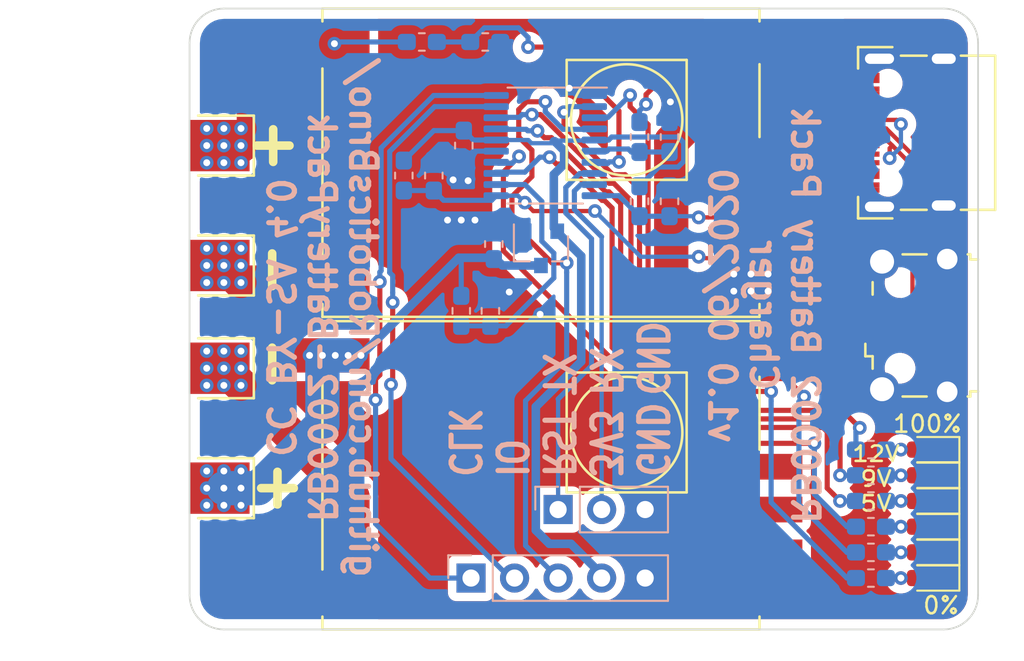
<source format=kicad_pcb>
(kicad_pcb (version 20171130) (host pcbnew 5.1.4+dfsg1-1)
  (layers (0 F.Cu signal) (31 B.Cu signal) (34 B.Paste user) (35 F.Paste user) (36 B.SilkS user) (37 F.SilkS user) (38 B.Mask user) (39 F.Mask user) (44 Edge.Cuts user))
  (net 0 "")
  (net 1 Board_1-+3V3)
  (net 2 Board_1-/VBUS_SENSE)
  (net 3 Board_1-BAT1+)
  (net 4 Board_1-BAT1_V)
  (net 5 Board_1-BAT2+)
  (net 6 Board_1-BAT2_V)
  (net 7 Board_1-D+)
  (net 8 Board_1-D-)
  (net 9 Board_1-GND)
  (net 10 "Board_1-Net-(D1-Pad2)")
  (net 11 "Board_1-Net-(D2-Pad2)")
  (net 12 "Board_1-Net-(D3-Pad2)")
  (net 13 "Board_1-Net-(D4-Pad2)")
  (net 14 "Board_1-Net-(D5-Pad2)")
  (net 15 "Board_1-Net-(D6-Pad2)")
  (net 16 "Board_1-Net-(J14-Pad1)")
  (net 17 "Board_1-Net-(J16-Pad1)")
  (net 18 "Board_1-Net-(R14-Pad1)")
  (net 19 "Board_1-Net-(R15-Pad1)")
  (net 20 "Board_1-Net-(R16-Pad1)")
  (net 21 "Board_1-Net-(R5-Pad1)")
  (net 22 "Board_1-Net-(R6-Pad1)")
  (net 23 "Board_1-Net-(R7-Pad1)")
  (net 24 Board_1-RST)
  (net 25 Board_1-RX)
  (net 26 Board_1-SWCLK)
  (net 27 Board_1-SWDIO)
  (net 28 Board_1-TX)
  (net 29 Board_1-VBUS)
  (module Capacitor_SMD:C_0603_1608Metric_Pad1.05x0.95mm_HandSolder (layer B.Cu) (at 144 90 90)
    (fp_text reference C1 hide)
    (fp_text value 470n)
    (pad 1 smd roundrect (at -0.875 0 90) (size 1.05 0.95) (layers B.Cu B.Paste B.Mask) (net 9 Board_1-GND))
    (pad 2 smd roundrect (at 0.875 0 90) (size 1.05 0.95) (layers B.Cu B.Paste B.Mask) (net 1 Board_1-+3V3))
  )
  (module Capacitor_SMD:C_0603_1608Metric_Pad1.05x0.95mm_HandSolder (layer B.Cu) (at 145.75 95.75 270)
    (fp_text reference C2 hide)
    (fp_text value 470n)
    (pad 1 smd roundrect (at -0.875 0 270) (size 1.05 0.95) (layers B.Cu B.Paste B.Mask) (net 9 Board_1-GND))
    (pad 2 smd roundrect (at 0.875 0 270) (size 1.05 0.95) (layers B.Cu B.Paste B.Mask) (net 5 Board_1-BAT2+))
  )
  (module LED_SMD:LED_0603_1608Metric_Pad1.05x0.95mm_HandSolder (layer F.Cu) (at 171.25 110.75 180)
    (fp_text reference D1 hide)
    (fp_text value LED_5V)
    (pad 2 smd roundrect (at 0.875 0 180) (size 1.05 0.95) (layers F.Cu F.Paste F.Mask) (net 10 "Board_1-Net-(D1-Pad2)"))
    (pad 1 smd roundrect (at -0.875 0 180) (size 1.05 0.95) (layers F.Cu F.Paste F.Mask) (net 9 Board_1-GND))
  )
  (module LED_SMD:LED_0603_1608Metric_Pad1.05x0.95mm_HandSolder (layer F.Cu) (at 171.25 109.25 180)
    (fp_text reference D2 hide)
    (fp_text value LED_9V)
    (pad 2 smd roundrect (at 0.875 0 180) (size 1.05 0.95) (layers F.Cu F.Paste F.Mask) (net 11 "Board_1-Net-(D2-Pad2)"))
    (pad 1 smd roundrect (at -0.875 0 180) (size 1.05 0.95) (layers F.Cu F.Paste F.Mask) (net 9 Board_1-GND))
  )
  (module LED_SMD:LED_0603_1608Metric_Pad1.05x0.95mm_HandSolder (layer F.Cu) (at 171.25 107.75 180)
    (fp_text reference D3 hide)
    (fp_text value LED_12V)
    (pad 2 smd roundrect (at 0.875 0 180) (size 1.05 0.95) (layers F.Cu F.Paste F.Mask) (net 12 "Board_1-Net-(D3-Pad2)"))
    (pad 1 smd roundrect (at -0.875 0 180) (size 1.05 0.95) (layers F.Cu F.Paste F.Mask) (net 9 Board_1-GND))
  )
  (module Connector_USB:USB_Micro-B_Wuerth_629105150521_CircularHoles (layer F.Cu) (at 170.25 100.5 90)
    (fp_text reference J1 hide)
    (fp_text value "Mirco USB")
    (pad 1 smd rect (at -1.3 -1.9 90) (size 0.45 1.3) (layers F.Cu F.Paste F.Mask) (net 29 Board_1-VBUS))
    (pad 2 smd rect (at -0.65 -1.9 90) (size 0.45 1.3) (layers F.Cu F.Paste F.Mask) (net 8 Board_1-D-))
    (pad 3 smd rect (at 0 -1.9 90) (size 0.45 1.3) (layers F.Cu F.Paste F.Mask) (net 7 Board_1-D+))
    (pad 4 smd rect (at 0.65 -1.9 90) (size 0.45 1.3) (layers F.Cu F.Paste F.Mask))
    (pad 5 smd rect (at 1.3 -1.9 90) (size 0.45 1.3) (layers F.Cu F.Paste F.Mask) (net 9 Board_1-GND))
    (pad 6 thru_hole circle (at -3.725 -1.85 90) (size 2 2) (drill 1.4) (layers *.Cu *.Mask) (net 9 Board_1-GND))
    (pad 6 thru_hole circle (at 3.725 -1.85 90) (size 2 2) (drill 1.4) (layers *.Cu *.Mask) (net 9 Board_1-GND))
    (pad 6 thru_hole circle (at -3.875 1.95 90) (size 1.8 1.8) (drill 1.2) (layers *.Cu *.Mask) (net 9 Board_1-GND))
    (pad 6 thru_hole circle (at 3.875 1.95 90) (size 1.8 1.8) (drill 1.2) (layers *.Cu *.Mask) (net 9 Board_1-GND))
    (pad "" np_thru_hole circle (at -2.5 -0.8 90) (size 0.8 0.8) (drill 0.8) (layers *.Cu *.Mask))
    (pad "" np_thru_hole circle (at 2.5 -0.8 90) (size 0.8 0.8) (drill 0.8) (layers *.Cu *.Mask))
  )
  (module Connector_PinHeader_2.54mm:PinHeader_1x05_P2.54mm_Vertical (layer B.Cu) (at 144.42 115.25 270)
    (fp_text reference J7 hide)
    (fp_text value SWD)
    (pad 1 thru_hole rect (at 0 0 270) (size 1.7 1.7) (drill 1) (layers *.Cu *.Mask) (net 26 Board_1-SWCLK))
    (pad 2 thru_hole oval (at 0 -2.54 270) (size 1.7 1.7) (drill 1) (layers *.Cu *.Mask) (net 27 Board_1-SWDIO))
    (pad 3 thru_hole oval (at 0 -5.08 270) (size 1.7 1.7) (drill 1) (layers *.Cu *.Mask) (net 24 Board_1-RST))
    (pad 4 thru_hole oval (at 0 -7.62 270) (size 1.7 1.7) (drill 1) (layers *.Cu *.Mask) (net 1 Board_1-+3V3))
    (pad 5 thru_hole oval (at 0 -10.16 270) (size 1.7 1.7) (drill 1) (layers *.Cu *.Mask) (net 9 Board_1-GND))
  )
  (module Connector_PinHeader_2.54mm:PinHeader_1x03_P2.54mm_Vertical (layer B.Cu) (at 149.5 111.25 270)
    (fp_text reference J8 hide)
    (fp_text value UART)
    (pad 1 thru_hole rect (at 0 0 270) (size 1.7 1.7) (drill 1) (layers *.Cu *.Mask) (net 28 Board_1-TX))
    (pad 2 thru_hole oval (at 0 -2.54 270) (size 1.7 1.7) (drill 1) (layers *.Cu *.Mask) (net 25 Board_1-RX))
    (pad 3 thru_hole oval (at 0 -5.08 270) (size 1.7 1.7) (drill 1) (layers *.Cu *.Mask) (net 9 Board_1-GND))
  )
  (module batteryPack:2mm_Banana-Plug (layer F.Cu) (at 128 90 90)
    (fp_text reference J13 hide)
    (fp_text value B1+)
    (pad 1 smd rect (at 0 1.75 90) (size 3 3.5) (layers F.Cu F.Paste F.Mask) (net 3 Board_1-BAT1+))
  )
  (module batteryPack:2mm_Banana-Plug (layer F.Cu) (at 128 97 90)
    (fp_text reference J14 hide)
    (fp_text value B1-)
    (pad 1 smd rect (at 0 1.75 90) (size 3 3.5) (layers F.Cu F.Paste F.Mask) (net 16 "Board_1-Net-(J14-Pad1)"))
  )
  (module batteryPack:2mm_Banana-Plug (layer F.Cu) (at 128 110 90)
    (fp_text reference J15 hide)
    (fp_text value B2+)
    (pad 1 smd rect (at 0 1.75 90) (size 3 3.5) (layers F.Cu F.Paste F.Mask) (net 5 Board_1-BAT2+))
  )
  (module batteryPack:2mm_Banana-Plug (layer F.Cu) (at 128 103 90)
    (fp_text reference J16 hide)
    (fp_text value B2-)
    (pad 1 smd rect (at 0 1.75 90) (size 3 3.5) (layers F.Cu F.Paste F.Mask) (net 17 "Board_1-Net-(J16-Pad1)"))
  )
  (module batteryPack:USB_C_Female-16Pin-HPJF (layer F.Cu) (at 167.25 89.25 90)
    (fp_text reference P1 hide)
    (fp_text value USB-C)
    (pad A6 smd rect (at -0.25 0 90) (size 0.3 2) (layers F.Cu F.Paste F.Mask) (net 7 Board_1-D+))
    (pad A7 smd rect (at 0.25 0 90) (size 0.3 2) (layers F.Cu F.Paste F.Mask) (net 8 Board_1-D-))
    (pad B7 smd rect (at -0.75 0 90) (size 0.3 2) (layers F.Cu F.Paste F.Mask) (net 8 Board_1-D-))
    (pad B6 smd rect (at 0.75 0 90) (size 0.3 2) (layers F.Cu F.Paste F.Mask) (net 7 Board_1-D+))
    (pad A5 smd rect (at -1.25 0 90) (size 0.3 2) (layers F.Cu F.Paste F.Mask))
    (pad A8 smd rect (at 1.25 0 90) (size 0.3 2) (layers F.Cu F.Paste F.Mask))
    (pad B8 smd rect (at -1.75 0 90) (size 0.3 2) (layers F.Cu F.Paste F.Mask))
    (pad B5 smd rect (at 1.75 0 90) (size 0.3 2) (layers F.Cu F.Paste F.Mask))
    (pad S1 thru_hole oval (at -4.32 1 90) (size 1 2.1) (drill oval 0.6 1.7) (layers *.Cu *.Mask) (net 9 Board_1-GND))
    (pad S1 thru_hole oval (at 4.32 1 90) (size 1 2.1) (drill oval 0.6 1.7) (layers *.Cu *.Mask) (net 9 Board_1-GND))
    (pad S1 thru_hole oval (at -4.25 4.75 90) (size 1 1.8) (drill oval 0.6 1.4) (layers *.Cu *.Mask) (net 9 Board_1-GND))
    (pad S1 thru_hole oval (at 4.32 4.75 90) (size 1 1.8) (drill oval 0.6 1.4) (layers *.Cu *.Mask) (net 9 Board_1-GND))
    (pad "" np_thru_hole circle (at -2.89 1.5 180) (size 0.7 0.7) (drill 0.7) (layers *.Cu *.Mask))
    (pad "" np_thru_hole circle (at 2.89 1.5 180) (size 0.7 0.7) (drill 0.7) (layers *.Cu *.Mask))
    (pad A1 smd rect (at -3.35 0 90) (size 0.3 2) (layers F.Cu F.Paste F.Mask) (net 9 Board_1-GND))
    (pad B12 smd rect (at -3.05 0 90) (size 0.3 2) (layers F.Cu F.Paste F.Mask) (net 9 Board_1-GND))
    (pad A4 smd rect (at -2.55 0 90) (size 0.3 2) (layers F.Cu F.Paste F.Mask) (net 29 Board_1-VBUS))
    (pad B9 smd rect (at -2.25 0 90) (size 0.3 2) (layers F.Cu F.Paste F.Mask) (net 29 Board_1-VBUS))
    (pad B4 smd rect (at 2.25 0 90) (size 0.3 2) (layers F.Cu F.Paste F.Mask) (net 29 Board_1-VBUS))
    (pad A9 smd rect (at 2.55 0 90) (size 0.3 2) (layers F.Cu F.Paste F.Mask) (net 29 Board_1-VBUS))
    (pad B1 smd rect (at 3.05 0 90) (size 0.3 2) (layers F.Cu F.Paste F.Mask) (net 9 Board_1-GND))
    (pad A12 smd rect (at 3.35 0 90) (size 0.3 2) (layers F.Cu F.Paste F.Mask) (net 9 Board_1-GND))
  )
  (module Resistor_SMD:R_0603_1608Metric_Pad1.05x0.95mm_HandSolder (layer B.Cu) (at 140.5 91.75 270)
    (fp_text reference R1 hide)
    (fp_text value 10k)
    (pad 1 smd roundrect (at -0.875 0 270) (size 1.05 0.95) (layers B.Cu B.Paste B.Mask) (net 1 Board_1-+3V3))
    (pad 2 smd roundrect (at 0.875 0 270) (size 1.05 0.95) (layers B.Cu B.Paste B.Mask) (net 8 Board_1-D-))
  )
  (module Resistor_SMD:R_0603_1608Metric_Pad1.05x0.95mm_HandSolder (layer B.Cu) (at 142.25 91.75 90)
    (fp_text reference R2 hide)
    (fp_text value 2k4)
    (pad 1 smd roundrect (at -0.875 0 90) (size 1.05 0.95) (layers B.Cu B.Paste B.Mask) (net 8 Board_1-D-))
    (pad 2 smd roundrect (at 0.875 0 90) (size 1.05 0.95) (layers B.Cu B.Paste B.Mask) (net 9 Board_1-GND))
  )
  (module Resistor_SMD:R_0603_1608Metric_Pad1.05x0.95mm_HandSolder (layer B.Cu) (at 154.25 93.25 270)
    (fp_text reference R3 hide)
    (fp_text value 10k)
    (pad 1 smd roundrect (at -0.875 0 270) (size 1.05 0.95) (layers B.Cu B.Paste B.Mask) (net 1 Board_1-+3V3))
    (pad 2 smd roundrect (at 0.875 0 270) (size 1.05 0.95) (layers B.Cu B.Paste B.Mask) (net 7 Board_1-D+))
  )
  (module Resistor_SMD:R_0603_1608Metric_Pad1.05x0.95mm_HandSolder (layer B.Cu) (at 156 93.25 90)
    (fp_text reference R4 hide)
    (fp_text value 2k4)
    (pad 1 smd roundrect (at -0.875 0 90) (size 1.05 0.95) (layers B.Cu B.Paste B.Mask) (net 7 Board_1-D+))
    (pad 2 smd roundrect (at 0.875 0 90) (size 1.05 0.95) (layers B.Cu B.Paste B.Mask) (net 9 Board_1-GND))
  )
  (module Resistor_SMD:R_0603_1608Metric_Pad1.05x0.95mm_HandSolder (layer B.Cu) (at 167.75 110.75)
    (fp_text reference R5 hide)
    (fp_text value 1k)
    (pad 1 smd roundrect (at -0.875 0) (size 1.05 0.95) (layers B.Cu B.Paste B.Mask) (net 21 "Board_1-Net-(R5-Pad1)"))
    (pad 2 smd roundrect (at 0.875 0) (size 1.05 0.95) (layers B.Cu B.Paste B.Mask) (net 10 "Board_1-Net-(D1-Pad2)"))
  )
  (module Resistor_SMD:R_0603_1608Metric_Pad1.05x0.95mm_HandSolder (layer B.Cu) (at 167.75 109.25)
    (fp_text reference R6 hide)
    (fp_text value 1k)
    (pad 1 smd roundrect (at -0.875 0) (size 1.05 0.95) (layers B.Cu B.Paste B.Mask) (net 22 "Board_1-Net-(R6-Pad1)"))
    (pad 2 smd roundrect (at 0.875 0) (size 1.05 0.95) (layers B.Cu B.Paste B.Mask) (net 11 "Board_1-Net-(D2-Pad2)"))
  )
  (module Resistor_SMD:R_0603_1608Metric_Pad1.05x0.95mm_HandSolder (layer B.Cu) (at 167.75 107.75)
    (fp_text reference R7 hide)
    (fp_text value 1k)
    (pad 1 smd roundrect (at -0.875 0) (size 1.05 0.95) (layers B.Cu B.Paste B.Mask) (net 23 "Board_1-Net-(R7-Pad1)"))
    (pad 2 smd roundrect (at 0.875 0) (size 1.05 0.95) (layers B.Cu B.Paste B.Mask) (net 12 "Board_1-Net-(D3-Pad2)"))
  )
  (module Resistor_SMD:R_0603_1608Metric_Pad1.05x0.95mm_HandSolder (layer B.Cu) (at 154.25 89.5 270)
    (fp_text reference R8 hide)
    (fp_text value 62k)
    (pad 1 smd roundrect (at -0.875 0 270) (size 1.05 0.95) (layers B.Cu B.Paste B.Mask) (net 29 Board_1-VBUS))
    (pad 2 smd roundrect (at 0.875 0 270) (size 1.05 0.95) (layers B.Cu B.Paste B.Mask) (net 2 Board_1-/VBUS_SENSE))
  )
  (module Resistor_SMD:R_0603_1608Metric_Pad1.05x0.95mm_HandSolder (layer B.Cu) (at 156 89.5 90)
    (fp_text reference R9 hide)
    (fp_text value 10k)
    (pad 1 smd roundrect (at -0.875 0 90) (size 1.05 0.95) (layers B.Cu B.Paste B.Mask) (net 2 Board_1-/VBUS_SENSE))
    (pad 2 smd roundrect (at 0.875 0 90) (size 1.05 0.95) (layers B.Cu B.Paste B.Mask) (net 9 Board_1-GND))
  )
  (module Package_SO:TSSOP-20_4.4x6.5mm_P0.65mm (layer B.Cu) (at 148.75 90 180)
    (fp_text reference U2 hide)
    (fp_text value STM32F030F4Px)
    (pad 1 smd roundrect (at -2.8625 2.925 180) (size 1.475 0.4) (layers B.Cu B.Paste B.Mask) (net 9 Board_1-GND))
    (pad 2 smd roundrect (at -2.8625 2.275 180) (size 1.475 0.4) (layers B.Cu B.Paste B.Mask) (net 20 "Board_1-Net-(R16-Pad1)"))
    (pad 3 smd roundrect (at -2.8625 1.625 180) (size 1.475 0.4) (layers B.Cu B.Paste B.Mask) (net 19 "Board_1-Net-(R15-Pad1)"))
    (pad 4 smd roundrect (at -2.8625 0.975 180) (size 1.475 0.4) (layers B.Cu B.Paste B.Mask) (net 24 Board_1-RST))
    (pad 5 smd roundrect (at -2.8625 0.325 180) (size 1.475 0.4) (layers B.Cu B.Paste B.Mask) (net 1 Board_1-+3V3))
    (pad 6 smd roundrect (at -2.8625 -0.325 180) (size 1.475 0.4) (layers B.Cu B.Paste B.Mask) (net 2 Board_1-/VBUS_SENSE))
    (pad 7 smd roundrect (at -2.8625 -0.975 180) (size 1.475 0.4) (layers B.Cu B.Paste B.Mask) (net 4 Board_1-BAT1_V))
    (pad 8 smd roundrect (at -2.8625 -1.625 180) (size 1.475 0.4) (layers B.Cu B.Paste B.Mask) (net 28 Board_1-TX))
    (pad 9 smd roundrect (at -2.8625 -2.275 180) (size 1.475 0.4) (layers B.Cu B.Paste B.Mask) (net 25 Board_1-RX))
    (pad 10 smd roundrect (at -2.8625 -2.925 180) (size 1.475 0.4) (layers B.Cu B.Paste B.Mask) (net 7 Board_1-D+))
    (pad 11 smd roundrect (at 2.8625 -2.925 180) (size 1.475 0.4) (layers B.Cu B.Paste B.Mask) (net 8 Board_1-D-))
    (pad 12 smd roundrect (at 2.8625 -2.275 180) (size 1.475 0.4) (layers B.Cu B.Paste B.Mask) (net 6 Board_1-BAT2_V))
    (pad 13 smd roundrect (at 2.8625 -1.625 180) (size 1.475 0.4) (layers B.Cu B.Paste B.Mask) (net 21 "Board_1-Net-(R5-Pad1)"))
    (pad 14 smd roundrect (at 2.8625 -0.975 180) (size 1.475 0.4) (layers B.Cu B.Paste B.Mask) (net 18 "Board_1-Net-(R14-Pad1)"))
    (pad 15 smd roundrect (at 2.8625 -0.325 180) (size 1.475 0.4) (layers B.Cu B.Paste B.Mask) (net 9 Board_1-GND))
    (pad 16 smd roundrect (at 2.8625 0.325 180) (size 1.475 0.4) (layers B.Cu B.Paste B.Mask) (net 1 Board_1-+3V3))
    (pad 17 smd roundrect (at 2.8625 0.975 180) (size 1.475 0.4) (layers B.Cu B.Paste B.Mask) (net 22 "Board_1-Net-(R6-Pad1)"))
    (pad 18 smd roundrect (at 2.8625 1.625 180) (size 1.475 0.4) (layers B.Cu B.Paste B.Mask) (net 23 "Board_1-Net-(R7-Pad1)"))
    (pad 19 smd roundrect (at 2.8625 2.275 180) (size 1.475 0.4) (layers B.Cu B.Paste B.Mask) (net 27 Board_1-SWDIO))
    (pad 20 smd roundrect (at 2.8625 2.925 180) (size 1.475 0.4) (layers B.Cu B.Paste B.Mask) (net 26 Board_1-SWCLK))
  )
  (module batteryPack:TP5100-Module (layer F.Cu) (at 148.5 91 180)
    (fp_text reference U1 hide)
    (fp_text value TP5100-Module)
    (pad 1 smd rect (at -11 -7 180) (size 5 2) (drill (offset -1.5 0)) (layers F.Cu F.Paste F.Mask) (net 9 Board_1-GND))
    (pad 2 smd rect (at -11 7 180) (size 5 2) (drill (offset -1.5 0)) (layers F.Cu F.Paste F.Mask) (net 29 Board_1-VBUS))
    (pad 3 smd rect (at 11 7) (size 5 2) (drill (offset -1.5 0)) (layers F.Cu F.Paste F.Mask) (net 3 Board_1-BAT1+))
    (pad 4 smd rect (at 11 -7) (size 5 2) (drill (offset -1.5 0)) (layers F.Cu F.Paste F.Mask) (net 16 "Board_1-Net-(J14-Pad1)"))
    (pad 5 smd rect (at -10.5 -2 180) (size 5.5 1.5) (drill (offset -2 0)) (layers F.Cu F.Paste F.Mask))
    (pad 6 smd rect (at -10.5 -4.5 180) (size 5.5 1.5) (drill (offset -2 0)) (layers F.Cu F.Paste F.Mask))
    (pad 7 smd rect (at -10.5 0.5 180) (size 5.5 1.5) (drill (offset -2 0)) (layers F.Cu F.Paste F.Mask))
  )
  (module batteryPack:TP5100-Module (layer F.Cu) (at 148.5 109.25 180)
    (fp_text reference U4 hide)
    (fp_text value TP5100-Module)
    (pad 1 smd rect (at -11 -7 180) (size 5 2) (drill (offset -1.5 0)) (layers F.Cu F.Paste F.Mask) (net 9 Board_1-GND))
    (pad 2 smd rect (at -11 7 180) (size 5 2) (drill (offset -1.5 0)) (layers F.Cu F.Paste F.Mask) (net 29 Board_1-VBUS))
    (pad 3 smd rect (at 11 7) (size 5 2) (drill (offset -1.5 0)) (layers F.Cu F.Paste F.Mask) (net 5 Board_1-BAT2+))
    (pad 4 smd rect (at 11 -7) (size 5 2) (drill (offset -1.5 0)) (layers F.Cu F.Paste F.Mask) (net 17 "Board_1-Net-(J16-Pad1)"))
    (pad 5 smd rect (at -10.5 -2 180) (size 5.5 1.5) (drill (offset -2 0)) (layers F.Cu F.Paste F.Mask))
    (pad 6 smd rect (at -10.5 -4.5 180) (size 5.5 1.5) (drill (offset -2 0)) (layers F.Cu F.Paste F.Mask))
    (pad 7 smd rect (at -10.5 0.5 180) (size 5.5 1.5) (drill (offset -2 0)) (layers F.Cu F.Paste F.Mask))
  )
  (module LED_SMD:LED_0603_1608Metric_Pad1.05x0.95mm_HandSolder (layer F.Cu) (at 171.25 112.25 180)
    (fp_text reference D4 hide)
    (fp_text value LED_40%)
    (pad 1 smd roundrect (at -0.875 0 180) (size 1.05 0.95) (layers F.Cu F.Paste F.Mask) (net 9 Board_1-GND))
    (pad 2 smd roundrect (at 0.875 0 180) (size 1.05 0.95) (layers F.Cu F.Paste F.Mask) (net 13 "Board_1-Net-(D4-Pad2)"))
  )
  (module LED_SMD:LED_0603_1608Metric_Pad1.05x0.95mm_HandSolder (layer F.Cu) (at 171.25 113.75 180)
    (fp_text reference D5 hide)
    (fp_text value LED_20%)
    (pad 1 smd roundrect (at -0.875 0 180) (size 1.05 0.95) (layers F.Cu F.Paste F.Mask) (net 9 Board_1-GND))
    (pad 2 smd roundrect (at 0.875 0 180) (size 1.05 0.95) (layers F.Cu F.Paste F.Mask) (net 14 "Board_1-Net-(D5-Pad2)"))
  )
  (module LED_SMD:LED_0603_1608Metric_Pad1.05x0.95mm_HandSolder (layer F.Cu) (at 171.25 115.25 180)
    (fp_text reference D6 hide)
    (fp_text value LED_0%)
    (pad 1 smd roundrect (at -0.875 0 180) (size 1.05 0.95) (layers F.Cu F.Paste F.Mask) (net 9 Board_1-GND))
    (pad 2 smd roundrect (at 0.875 0 180) (size 1.05 0.95) (layers F.Cu F.Paste F.Mask) (net 15 "Board_1-Net-(D6-Pad2)"))
  )
  (module Resistor_SMD:R_0603_1608Metric_Pad1.05x0.95mm_HandSolder (layer B.Cu) (at 143.85 99.65 270)
    (fp_text reference R10 hide)
    (fp_text value 10k)
    (pad 1 smd roundrect (at -0.875 0 270) (size 1.05 0.95) (layers B.Cu B.Paste B.Mask) (net 5 Board_1-BAT2+))
    (pad 2 smd roundrect (at 0.875 0 270) (size 1.05 0.95) (layers B.Cu B.Paste B.Mask) (net 6 Board_1-BAT2_V))
  )
  (module Resistor_SMD:R_0603_1608Metric_Pad1.05x0.95mm_HandSolder (layer B.Cu) (at 145.55 99.65 90)
    (fp_text reference R11 hide)
    (fp_text value 20k)
    (pad 1 smd roundrect (at -0.875 0 90) (size 1.05 0.95) (layers B.Cu B.Paste B.Mask) (net 6 Board_1-BAT2_V))
    (pad 2 smd roundrect (at 0.875 0 90) (size 1.05 0.95) (layers B.Cu B.Paste B.Mask) (net 9 Board_1-GND))
  )
  (module Resistor_SMD:R_0603_1608Metric_Pad1.05x0.95mm_HandSolder (layer B.Cu) (at 141.55 83.95)
    (fp_text reference R12 hide)
    (fp_text value 10k)
    (pad 1 smd roundrect (at -0.875 0) (size 1.05 0.95) (layers B.Cu B.Paste B.Mask) (net 3 Board_1-BAT1+))
    (pad 2 smd roundrect (at 0.875 0) (size 1.05 0.95) (layers B.Cu B.Paste B.Mask) (net 4 Board_1-BAT1_V))
  )
  (module Resistor_SMD:R_0603_1608Metric_Pad1.05x0.95mm_HandSolder (layer B.Cu) (at 145.25 83.95)
    (fp_text reference R13 hide)
    (fp_text value 20k)
    (pad 1 smd roundrect (at -0.875 0) (size 1.05 0.95) (layers B.Cu B.Paste B.Mask) (net 4 Board_1-BAT1_V))
    (pad 2 smd roundrect (at 0.875 0) (size 1.05 0.95) (layers B.Cu B.Paste B.Mask) (net 9 Board_1-GND))
  )
  (module Resistor_SMD:R_0603_1608Metric_Pad1.05x0.95mm_HandSolder (layer B.Cu) (at 167.75 112.25)
    (fp_text reference R14 hide)
    (fp_text value 1k)
    (pad 1 smd roundrect (at -0.875 0) (size 1.05 0.95) (layers B.Cu B.Paste B.Mask) (net 18 "Board_1-Net-(R14-Pad1)"))
    (pad 2 smd roundrect (at 0.875 0) (size 1.05 0.95) (layers B.Cu B.Paste B.Mask) (net 13 "Board_1-Net-(D4-Pad2)"))
  )
  (module Resistor_SMD:R_0603_1608Metric_Pad1.05x0.95mm_HandSolder (layer B.Cu) (at 167.75 113.75)
    (fp_text reference R15 hide)
    (fp_text value 1k)
    (pad 1 smd roundrect (at -0.875 0) (size 1.05 0.95) (layers B.Cu B.Paste B.Mask) (net 19 "Board_1-Net-(R15-Pad1)"))
    (pad 2 smd roundrect (at 0.875 0) (size 1.05 0.95) (layers B.Cu B.Paste B.Mask) (net 14 "Board_1-Net-(D5-Pad2)"))
  )
  (module Resistor_SMD:R_0603_1608Metric_Pad1.05x0.95mm_HandSolder (layer B.Cu) (at 167.75 115.25)
    (fp_text reference R16 hide)
    (fp_text value 1k)
    (pad 1 smd roundrect (at -0.875 0) (size 1.05 0.95) (layers B.Cu B.Paste B.Mask) (net 20 "Board_1-Net-(R16-Pad1)"))
    (pad 2 smd roundrect (at 0.875 0) (size 1.05 0.95) (layers B.Cu B.Paste B.Mask) (net 15 "Board_1-Net-(D6-Pad2)"))
  )
  (module Package_TO_SOT_SMD:SOT-23 (layer B.Cu) (at 148.5 96 270)
    (fp_text reference U3 hide)
    (fp_text value XC6206P332MR)
    (pad 1 smd rect (at -1 0.95 270) (size 0.9 0.8) (layers B.Cu B.Paste B.Mask) (net 9 Board_1-GND))
    (pad 2 smd rect (at -1 -0.95 270) (size 0.9 0.8) (layers B.Cu B.Paste B.Mask) (net 1 Board_1-+3V3))
    (pad 3 smd rect (at 1 0 270) (size 0.9 0.8) (layers B.Cu B.Paste B.Mask) (net 5 Board_1-BAT2+))
  )
  (gr_line (start 172.4161 118.2073) (end 172.2091 118.24) (layer Edge.Cuts) (width 0.1))
  (gr_line (start 172.6184 118.153) (end 172.4161 118.2073) (layer Edge.Cuts) (width 0.1))
  (gr_line (start 172.8139 118.078) (end 172.6184 118.153) (layer Edge.Cuts) (width 0.1))
  (gr_line (start 173.0005 117.9829) (end 172.8139 118.078) (layer Edge.Cuts) (width 0.1))
  (gr_line (start 173.1762 117.8688) (end 173.0005 117.9829) (layer Edge.Cuts) (width 0.1))
  (gr_line (start 173.3389 117.7371) (end 173.1762 117.8688) (layer Edge.Cuts) (width 0.1))
  (gr_line (start 173.487 117.589) (end 173.3389 117.7371) (layer Edge.Cuts) (width 0.1))
  (gr_line (start 173.6188 117.4262) (end 173.487 117.589) (layer Edge.Cuts) (width 0.1))
  (gr_line (start 173.7329 117.2505) (end 173.6188 117.4262) (layer Edge.Cuts) (width 0.1))
  (gr_line (start 173.828 117.0638) (end 173.7329 117.2505) (layer Edge.Cuts) (width 0.1))
  (gr_line (start 173.9031 116.8683) (end 173.828 117.0638) (layer Edge.Cuts) (width 0.1))
  (gr_line (start 173.9573 116.666) (end 173.9031 116.8683) (layer Edge.Cuts) (width 0.1))
  (gr_line (start 173.99 116.4592) (end 173.9573 116.666) (layer Edge.Cuts) (width 0.1))
  (gr_line (start 174.001 116.2501) (end 173.99 116.4592) (layer Edge.Cuts) (width 0.1))
  (gr_line (start 174.001 84) (end 174.001 116.2501) (layer Edge.Cuts) (width 0.1))
  (gr_line (start 173.99 83.7908) (end 174.001 84) (layer Edge.Cuts) (width 0.1))
  (gr_line (start 173.9573 83.5839) (end 173.99 83.7908) (layer Edge.Cuts) (width 0.1))
  (gr_line (start 173.903 83.3816) (end 173.9573 83.5839) (layer Edge.Cuts) (width 0.1))
  (gr_line (start 173.828 83.1861) (end 173.903 83.3816) (layer Edge.Cuts) (width 0.1))
  (gr_line (start 173.7329 82.9995) (end 173.828 83.1861) (layer Edge.Cuts) (width 0.1))
  (gr_line (start 173.6188 82.8238) (end 173.7329 82.9995) (layer Edge.Cuts) (width 0.1))
  (gr_line (start 173.487 82.661) (end 173.6188 82.8238) (layer Edge.Cuts) (width 0.1))
  (gr_line (start 173.3389 82.5129) (end 173.487 82.661) (layer Edge.Cuts) (width 0.1))
  (gr_line (start 173.1762 82.3812) (end 173.3389 82.5129) (layer Edge.Cuts) (width 0.1))
  (gr_line (start 173.0005 82.2671) (end 173.1762 82.3812) (layer Edge.Cuts) (width 0.1))
  (gr_line (start 172.8139 82.172) (end 173.0005 82.2671) (layer Edge.Cuts) (width 0.1))
  (gr_line (start 172.6184 82.097) (end 172.8139 82.172) (layer Edge.Cuts) (width 0.1))
  (gr_line (start 172.416 82.0427) (end 172.6184 82.097) (layer Edge.Cuts) (width 0.1))
  (gr_line (start 172.2091 82.01) (end 172.416 82.0427) (layer Edge.Cuts) (width 0.1))
  (gr_line (start 172 81.999) (end 172.2091 82.01) (layer Edge.Cuts) (width 0.1))
  (gr_line (start 130 81.999) (end 172 81.999) (layer Edge.Cuts) (width 0.1))
  (gr_line (start 129.7908 82.01) (end 130 81.999) (layer Edge.Cuts) (width 0.1))
  (gr_line (start 129.5839 82.0427) (end 129.7908 82.01) (layer Edge.Cuts) (width 0.1))
  (gr_line (start 129.3816 82.097) (end 129.5839 82.0427) (layer Edge.Cuts) (width 0.1))
  (gr_line (start 129.1861 82.172) (end 129.3816 82.097) (layer Edge.Cuts) (width 0.1))
  (gr_line (start 128.9995 82.2671) (end 129.1861 82.172) (layer Edge.Cuts) (width 0.1))
  (gr_line (start 128.8238 82.3812) (end 128.9995 82.2671) (layer Edge.Cuts) (width 0.1))
  (gr_line (start 128.661 82.513) (end 128.8238 82.3812) (layer Edge.Cuts) (width 0.1))
  (gr_line (start 128.5129 82.6611) (end 128.661 82.513) (layer Edge.Cuts) (width 0.1))
  (gr_line (start 128.3812 82.8238) (end 128.5129 82.6611) (layer Edge.Cuts) (width 0.1))
  (gr_line (start 128.2671 82.9995) (end 128.3812 82.8238) (layer Edge.Cuts) (width 0.1))
  (gr_line (start 128.172 83.1861) (end 128.2671 82.9995) (layer Edge.Cuts) (width 0.1))
  (gr_line (start 128.097 83.3816) (end 128.172 83.1861) (layer Edge.Cuts) (width 0.1))
  (gr_line (start 128.0427 83.584) (end 128.097 83.3816) (layer Edge.Cuts) (width 0.1))
  (gr_line (start 128.01 83.7909) (end 128.0427 83.584) (layer Edge.Cuts) (width 0.1))
  (gr_line (start 127.999 84) (end 128.01 83.7909) (layer Edge.Cuts) (width 0.1))
  (gr_line (start 127.999 116.25) (end 127.999 84) (layer Edge.Cuts) (width 0.1))
  (gr_line (start 128.01 116.4592) (end 127.999 116.25) (layer Edge.Cuts) (width 0.1))
  (gr_line (start 128.0427 116.6661) (end 128.01 116.4592) (layer Edge.Cuts) (width 0.1))
  (gr_line (start 128.097 116.8684) (end 128.0427 116.6661) (layer Edge.Cuts) (width 0.1))
  (gr_line (start 128.172 117.0639) (end 128.097 116.8684) (layer Edge.Cuts) (width 0.1))
  (gr_line (start 128.2671 117.2505) (end 128.172 117.0639) (layer Edge.Cuts) (width 0.1))
  (gr_line (start 128.3812 117.4262) (end 128.2671 117.2505) (layer Edge.Cuts) (width 0.1))
  (gr_line (start 128.513 117.589) (end 128.3812 117.4262) (layer Edge.Cuts) (width 0.1))
  (gr_line (start 128.6611 117.7371) (end 128.513 117.589) (layer Edge.Cuts) (width 0.1))
  (gr_line (start 128.8238 117.8688) (end 128.6611 117.7371) (layer Edge.Cuts) (width 0.1))
  (gr_line (start 128.9995 117.9829) (end 128.8238 117.8688) (layer Edge.Cuts) (width 0.1))
  (gr_line (start 129.1861 118.078) (end 128.9995 117.9829) (layer Edge.Cuts) (width 0.1))
  (gr_line (start 129.3816 118.153) (end 129.1861 118.078) (layer Edge.Cuts) (width 0.1))
  (gr_line (start 129.584 118.2073) (end 129.3816 118.153) (layer Edge.Cuts) (width 0.1))
  (gr_line (start 129.7909 118.24) (end 129.584 118.2073) (layer Edge.Cuts) (width 0.1))
  (gr_line (start 130 118.251) (end 129.7909 118.24) (layer Edge.Cuts) (width 0.1))
  (gr_line (start 172 118.251) (end 130 118.251) (layer Edge.Cuts) (width 0.1))
  (gr_line (start 172.2091 118.24) (end 172 118.251) (layer Edge.Cuts) (width 0.1))
  (gr_text "GND\n3V3\nRST\nIO\nCLK" (at 149.5 109.5 270) (layer B.SilkS) (effects (font (size 1.7 1.4) (thickness 0.3)) (justify left mirror)))
  (gr_text "GND\nRX\nTX" (at 152.25 104.75 270) (layer B.SilkS) (effects (font (size 1.7 1.4) (thickness 0.3)) (justify left mirror)))
  (gr_text "github.com/RoboticsBrno/\nRB0002-BatteryPack\nCC BY-SA 4.0" (at 135.709 100.037 270) (layer B.SilkS) (effects (font (size 1.5 1.5) (thickness 0.3)) (justify mirror)))
  (gr_text "12V\n9V\n5V\n" (at 168.05 109.45) (layer F.SilkS) (effects (font (size 0.9 1))))
  (gr_text 100% (at 171.05 106.25) (layer F.SilkS) (effects (font (size 1 1))))
  (gr_text 0% (at 171.85 116.85) (layer F.SilkS) (effects (font (size 1 1))))
  (gr_text _ (at 131.45 97.25 90) (layer F.SilkS) (effects (font (size 2.5 2.5) (thickness 0.5))))
  (gr_text _ (at 131.45 102.75 90) (layer F.SilkS) (effects (font (size 2.5 2.5) (thickness 0.5))))
  (gr_text + (at 132.7 90 90) (layer F.SilkS) (effects (font (size 2.5 2.5) (thickness 0.5))))
  (gr_text + (at 132.95 110 90) (layer F.SilkS) (effects (font (size 2.5 2.5) (thickness 0.5))))
  (gr_text "RB0002 Battery Pack\nCharger\n v1.0 06/2020" (at 161.49 99.91 270) (layer B.SilkS) (effects (font (size 1.5 1.5) (thickness 0.3)) (justify mirror)))
  (segment (start 144.55 89.675) (end 145.8875 89.675) (width 0.3) (layer B.Cu) (net 1))
  (segment (start 144 89.125) (end 144.55 89.675) (width 0.3) (layer B.Cu) (net 1))
  (segment (start 142.25 89.125) (end 144 89.125) (width 0.3) (layer B.Cu) (net 1))
  (segment (start 140.5 90.875) (end 142.25 89.125) (width 0.3) (layer B.Cu) (net 1))
  (segment (start 155.37499 91.25001) (end 154.749072 91.875928) (width 0.3) (layer B.Cu) (net 1))
  (segment (start 156.49999 91.25001) (end 155.37499 91.25001) (width 0.3) (layer B.Cu) (net 1))
  (segment (start 156.82501 90.92499) (end 156.49999 91.25001) (width 0.3) (layer B.Cu) (net 1))
  (segment (start 151.6125 89.675) (end 152.45 89.675) (width 0.3) (layer B.Cu) (net 1))
  (segment (start 152.625 89.5) (end 156.5 89.5) (width 0.3) (layer B.Cu) (net 1))
  (segment (start 156.82501 89.82501) (end 156.82501 90.92499) (width 0.3) (layer B.Cu) (net 1))
  (segment (start 154.749072 91.875928) (end 154.25 92.375) (width 0.3) (layer B.Cu) (net 1))
  (segment (start 152.45 89.675) (end 152.625 89.5) (width 0.3) (layer B.Cu) (net 1))
  (segment (start 156.5 89.5) (end 156.82501 89.82501) (width 0.3) (layer B.Cu) (net 1))
  (segment (start 150.562355 89.709411) (end 151.675 89.675) (width 0.25) (layer B.Cu) (net 1))
  (segment (start 149.290589 89.709411) (end 150.562355 89.709411) (width 0.25) (layer B.Cu) (net 1))
  (segment (start 149.25 89.75) (end 149.290589 89.709411) (width 0.25) (layer B.Cu) (net 1))
  (segment (start 149.249979 91.685047) (end 149.849507 91.085519) (width 0.5) (layer B.Cu) (net 1))
  (segment (start 149.301458 89.75) (end 149.25 89.75) (width 0.5) (layer B.Cu) (net 1))
  (segment (start 149.849507 90.298049) (end 149.301458 89.75) (width 0.5) (layer B.Cu) (net 1))
  (segment (start 149.849507 91.085519) (end 149.849507 90.298049) (width 0.5) (layer B.Cu) (net 1))
  (segment (start 149.249979 94.799979) (end 149.249979 91.685047) (width 0.5) (layer B.Cu) (net 1))
  (segment (start 149.45 95) (end 149.249979 94.799979) (width 0.5) (layer B.Cu) (net 1))
  (segment (start 145.8875 89.675) (end 147.76082 89.675) (width 0.25) (layer B.Cu) (net 1))
  (segment (start 147.947625 89.861805) (end 149.138195 89.861805) (width 0.25) (layer B.Cu) (net 1))
  (segment (start 147.76082 89.675) (end 147.947625 89.861805) (width 0.25) (layer B.Cu) (net 1))
  (segment (start 149.138195 89.861805) (end 149.25 89.75) (width 0.25) (layer B.Cu) (net 1))
  (segment (start 149.45 95.05) (end 149.45 95) (width 0.5) (layer B.Cu) (net 1))
  (segment (start 150.850012 102.599988) (end 150.850012 96.450012) (width 0.5) (layer B.Cu) (net 1))
  (segment (start 148.989998 113.25) (end 148.199999 112.460001) (width 0.5) (layer B.Cu) (net 1))
  (segment (start 150.850012 96.450012) (end 149.45 95.05) (width 0.5) (layer B.Cu) (net 1))
  (segment (start 150.25 113.25) (end 148.989998 113.25) (width 0.5) (layer B.Cu) (net 1))
  (segment (start 148.199999 105.250001) (end 150.850012 102.599988) (width 0.5) (layer B.Cu) (net 1))
  (segment (start 148.199999 112.460001) (end 148.199999 105.250001) (width 0.5) (layer B.Cu) (net 1))
  (segment (start 152 115) (end 150.25 113.25) (width 0.5) (layer B.Cu) (net 1))
  (segment (start 152 115.25) (end 152 115) (width 0.5) (layer B.Cu) (net 1))
  (segment (start 154.25 90.375) (end 156 90.375) (width 0.3) (layer B.Cu) (net 2))
  (segment (start 154.25 90.375) (end 153.775 90.375) (width 0.3) (layer B.Cu) (net 2))
  (segment (start 153.775 90.375) (end 153.599999 90.199999) (width 0.3) (layer B.Cu) (net 2))
  (segment (start 152.475001 90.199999) (end 152.35 90.325) (width 0.3) (layer B.Cu) (net 2))
  (segment (start 152.35 90.325) (end 151.6125 90.325) (width 0.3) (layer B.Cu) (net 2))
  (segment (start 153.599999 90.199999) (end 152.475001 90.199999) (width 0.3) (layer B.Cu) (net 2))
  (segment (start 137.5 84) (end 134 84) (width 2) (layer F.Cu) (net 3))
  (segment (start 134 84) (end 131.75 86.25) (width 2) (layer F.Cu) (net 3))
  (segment (start 129.75 90) (end 129.75 90) (width 2) (layer F.Cu) (net 3))
  (via (at 131 89) (size 0.8) (drill 0.4) (layers F.Cu B.Cu) (net 3))
  (via (at 131 90) (size 0.8) (drill 0.4) (layers F.Cu B.Cu) (net 3))
  (via (at 131 91) (size 0.8) (drill 0.4) (layers F.Cu B.Cu) (net 3))
  (via (at 130 91) (size 0.8) (drill 0.4) (layers F.Cu B.Cu) (net 3))
  (via (at 130 90) (size 0.8) (drill 0.4) (layers F.Cu B.Cu) (net 3))
  (via (at 130 89) (size 0.8) (drill 0.4) (layers F.Cu B.Cu) (net 3))
  (via (at 129 91) (size 0.8) (drill 0.4) (layers F.Cu B.Cu) (net 3))
  (via (at 129 89) (size 0.8) (drill 0.4) (layers F.Cu B.Cu) (net 3))
  (via (at 129 90) (size 0.8) (drill 0.4) (layers F.Cu B.Cu) (net 3))
  (segment (start 131.75 89.25) (end 131 90) (width 2) (layer F.Cu) (net 3))
  (segment (start 131 90) (end 129.75 90) (width 2) (layer F.Cu) (net 3))
  (segment (start 131.75 86.25) (end 131.75 89.25) (width 2) (layer F.Cu) (net 3))
  (via (at 136.45 84.05) (size 0.8) (drill 0.4) (layers F.Cu B.Cu) (net 3))
  (segment (start 136.55 83.95) (end 136.45 84.05) (width 0.3) (layer B.Cu) (net 3))
  (segment (start 140.675 83.95) (end 136.55 83.95) (width 0.3) (layer B.Cu) (net 3))
  (segment (start 142.425 83.95) (end 144.45 83.95) (width 0.3) (layer B.Cu) (net 4))
  (segment (start 144.45 83.95) (end 144.35 83.95) (width 0.3) (layer B.Cu) (net 4))
  (via (at 153.05 90.95) (size 0.8) (drill 0.4) (layers F.Cu B.Cu) (net 4))
  (segment (start 152.484315 90.95) (end 152.384315 91.05) (width 0.3) (layer B.Cu) (net 4))
  (segment (start 153.05 90.95) (end 152.484315 90.95) (width 0.3) (layer B.Cu) (net 4))
  (segment (start 152.384315 91.05) (end 151.75 91.05) (width 0.3) (layer B.Cu) (net 4))
  (via (at 147.75 84.249996) (size 0.8) (drill 0.4) (layers F.Cu B.Cu) (net 4))
  (segment (start 145.20001 83.12499) (end 147.190679 83.12499) (width 0.3) (layer B.Cu) (net 4))
  (segment (start 147.190679 83.12499) (end 147.75 83.684311) (width 0.3) (layer B.Cu) (net 4))
  (segment (start 153.05 90.95) (end 153.05 87.984301) (width 0.3) (layer F.Cu) (net 4))
  (segment (start 153.05 87.984301) (end 149.315695 84.249996) (width 0.3) (layer F.Cu) (net 4))
  (segment (start 149.315695 84.249996) (end 147.75 84.249996) (width 0.3) (layer F.Cu) (net 4))
  (segment (start 144.375 83.95) (end 145.20001 83.12499) (width 0.3) (layer B.Cu) (net 4))
  (segment (start 147.75 83.684311) (end 147.75 84.249996) (width 0.3) (layer B.Cu) (net 4))
  (via (at 135 102.25) (size 0.8) (drill 0.4) (layers F.Cu B.Cu) (net 5))
  (via (at 135.75 102.25) (size 0.8) (drill 0.4) (layers F.Cu B.Cu) (net 5))
  (via (at 136.5 102.25) (size 0.8) (drill 0.4) (layers F.Cu B.Cu) (net 5))
  (via (at 137.25 102.25) (size 0.8) (drill 0.4) (layers F.Cu B.Cu) (net 5))
  (via (at 138 102.25) (size 0.8) (drill 0.4) (layers F.Cu B.Cu) (net 5))
  (via (at 131 109) (size 0.8) (drill 0.4) (layers F.Cu B.Cu) (net 5))
  (via (at 131 110) (size 0.8) (drill 0.4) (layers F.Cu B.Cu) (net 5))
  (via (at 131 111) (size 0.8) (drill 0.4) (layers F.Cu B.Cu) (net 5))
  (via (at 130 110) (size 0.8) (drill 0.4) (layers F.Cu B.Cu) (net 5))
  (via (at 130 111) (size 0.8) (drill 0.4) (layers F.Cu B.Cu) (net 5))
  (via (at 130 109) (size 0.8) (drill 0.4) (layers F.Cu B.Cu) (net 5))
  (via (at 129 109) (size 0.8) (drill 0.4) (layers F.Cu B.Cu) (net 5))
  (via (at 129 111) (size 0.8) (drill 0.4) (layers F.Cu B.Cu) (net 5))
  (via (at 129 110) (size 0.8) (drill 0.4) (layers F.Cu B.Cu) (net 5))
  (segment (start 137.25 102.25) (end 135.75 102.25) (width 2) (layer B.Cu) (net 5))
  (segment (start 135.75 106.25) (end 132 110) (width 2) (layer B.Cu) (net 5))
  (segment (start 135.75 102.25) (end 135.75 106.25) (width 2) (layer B.Cu) (net 5))
  (segment (start 132 110) (end 130 110) (width 2) (layer B.Cu) (net 5))
  (segment (start 148.5 97) (end 146.25 97) (width 0.5) (layer B.Cu) (net 5))
  (segment (start 146.25 97) (end 146 96.75) (width 0.5) (layer B.Cu) (net 5))
  (segment (start 146 96.75) (end 145.75 96.75) (width 0.5) (layer B.Cu) (net 5))
  (segment (start 143.7 96.55) (end 145.85 96.55) (width 0.5) (layer B.Cu) (net 5))
  (segment (start 138 102.25) (end 143.7 96.55) (width 0.5) (layer B.Cu) (net 5))
  (segment (start 143.85 96.7) (end 143.7 96.55) (width 0.3) (layer B.Cu) (net 5))
  (segment (start 143.85 98.775) (end 143.85 96.7) (width 0.3) (layer B.Cu) (net 5))
  (segment (start 143.85 100.525) (end 145.525 100.525) (width 0.3) (layer B.Cu) (net 6))
  (segment (start 145.525 100.525) (end 145.55 100.55) (width 0.3) (layer B.Cu) (net 6))
  (segment (start 146.625 92.275) (end 145.8875 92.275) (width 0.3) (layer B.Cu) (net 6))
  (segment (start 147.564981 92.275) (end 146.625 92.275) (width 0.3) (layer B.Cu) (net 6))
  (segment (start 148.55 93.260019) (end 147.564981 92.275) (width 0.3) (layer B.Cu) (net 6))
  (segment (start 149.25 96.280002) (end 148.55 95.580002) (width 0.3) (layer B.Cu) (net 6))
  (segment (start 148.55 95.580002) (end 148.55 93.260019) (width 0.3) (layer B.Cu) (net 6))
  (segment (start 149.25 97.730002) (end 149.25 96.280002) (width 0.3) (layer B.Cu) (net 6))
  (segment (start 146.455002 100.525) (end 149.25 97.730002) (width 0.3) (layer B.Cu) (net 6))
  (segment (start 145.55 100.525) (end 146.455002 100.525) (width 0.3) (layer B.Cu) (net 6))
  (segment (start 154.25 94.125) (end 156 94.125) (width 0.3) (layer B.Cu) (net 7))
  (segment (start 153.750928 93.625928) (end 154.25 94.125) (width 0.3) (layer B.Cu) (net 7))
  (segment (start 151.6125 92.925) (end 153.05 92.925) (width 0.3) (layer B.Cu) (net 7))
  (segment (start 153.05 92.925) (end 153.750928 93.625928) (width 0.3) (layer B.Cu) (net 7))
  (segment (start 168.485003 89.5) (end 167.25 89.5) (width 0.25) (layer F.Cu) (net 7))
  (segment (start 169 90) (end 168.485003 89.5) (width 0.25) (layer F.Cu) (net 7))
  (segment (start 170.175001 99.574999) (end 170.175001 91.189998) (width 0.25) (layer F.Cu) (net 7))
  (segment (start 168.35 100.5) (end 169.25 100.5) (width 0.25) (layer F.Cu) (net 7))
  (segment (start 169.25 100.5) (end 170.175001 99.574999) (width 0.25) (layer F.Cu) (net 7))
  (segment (start 170.175001 91.189998) (end 169 90) (width 0.25) (layer F.Cu) (net 7))
  (via (at 169.5 88.75) (size 0.8) (drill 0.4) (layers F.Cu B.Cu) (net 7))
  (segment (start 168.844212 90.73315) (end 168.844212 90.155788) (width 0.25) (layer F.Cu) (net 7))
  (segment (start 168.844212 90.155788) (end 169 90) (width 0.25) (layer F.Cu) (net 7))
  (segment (start 169.5 90.077362) (end 168.844212 90.73315) (width 0.25) (layer B.Cu) (net 7))
  (segment (start 169.5 88.75) (end 169.5 90.077362) (width 0.25) (layer B.Cu) (net 7))
  (via (at 168.844212 90.73315) (size 0.8) (drill 0.4) (layers F.Cu B.Cu) (net 7))
  (segment (start 169.25 88.5) (end 169.5 88.75) (width 0.25) (layer F.Cu) (net 7))
  (segment (start 167.25 88.5) (end 169.25 88.5) (width 0.25) (layer F.Cu) (net 7))
  (segment (start 164.5 94.914998) (end 163.777679 94.192677) (width 0.25) (layer F.Cu) (net 7))
  (via (at 157.700021 94.192677) (size 0.8) (drill 0.4) (layers F.Cu B.Cu) (net 7))
  (segment (start 158.265706 94.192677) (end 157.700021 94.192677) (width 0.25) (layer F.Cu) (net 7))
  (segment (start 168.35 100.5) (end 167.45 100.5) (width 0.25) (layer F.Cu) (net 7))
  (segment (start 157.632344 94.125) (end 157.700021 94.192677) (width 0.25) (layer B.Cu) (net 7))
  (segment (start 167.45 100.5) (end 164.5 97.55) (width 0.25) (layer F.Cu) (net 7))
  (segment (start 163.777679 94.192677) (end 158.265706 94.192677) (width 0.25) (layer F.Cu) (net 7))
  (segment (start 156 94.125) (end 157.632344 94.125) (width 0.25) (layer B.Cu) (net 7))
  (segment (start 164.5 97.55) (end 164.5 94.914998) (width 0.25) (layer F.Cu) (net 7))
  (segment (start 142.82071 93.19571) (end 142.749072 93.124072) (width 0.3) (layer B.Cu) (net 8))
  (segment (start 145.61679 93.19571) (end 142.82071 93.19571) (width 0.3) (layer B.Cu) (net 8))
  (segment (start 142.749072 93.124072) (end 142.25 92.625) (width 0.3) (layer B.Cu) (net 8))
  (segment (start 145.8875 92.925) (end 145.61679 93.19571) (width 0.3) (layer B.Cu) (net 8))
  (segment (start 140.5 92.625) (end 142.25 92.625) (width 0.3) (layer B.Cu) (net 8))
  (segment (start 166 90) (end 167.25 90) (width 0.25) (layer F.Cu) (net 8))
  (segment (start 165.924999 89.924999) (end 166 90) (width 0.25) (layer F.Cu) (net 8))
  (segment (start 165.924999 89.075001) (end 165.924999 89.924999) (width 0.25) (layer F.Cu) (net 8))
  (segment (start 166 89) (end 165.924999 89.075001) (width 0.25) (layer F.Cu) (net 8))
  (segment (start 167.25 89) (end 166 89) (width 0.25) (layer F.Cu) (net 8))
  (segment (start 170.625012 99.774988) (end 169.25 101.15) (width 0.25) (layer F.Cu) (net 8))
  (segment (start 170.625012 90.988601) (end 170.625012 99.774988) (width 0.25) (layer F.Cu) (net 8))
  (segment (start 168.636411 89) (end 170.625012 90.988601) (width 0.25) (layer F.Cu) (net 8))
  (segment (start 167.25 89) (end 168.636411 89) (width 0.25) (layer F.Cu) (net 8))
  (segment (start 169.25 101.15) (end 168.35 101.15) (width 0.25) (layer F.Cu) (net 8))
  (segment (start 163.70001 96.57501) (end 157.78519 96.57501) (width 0.25) (layer F.Cu) (net 8))
  (segment (start 168.35 101.15) (end 167.45 101.15) (width 0.25) (layer F.Cu) (net 8))
  (segment (start 167.45 101.15) (end 164.04999 97.74999) (width 0.25) (layer F.Cu) (net 8))
  (segment (start 164.04999 96.92499) (end 163.70001 96.57501) (width 0.25) (layer F.Cu) (net 8))
  (segment (start 157.78519 96.57501) (end 157.700021 96.489841) (width 0.25) (layer F.Cu) (net 8))
  (segment (start 164.04999 97.74999) (end 164.04999 96.92499) (width 0.25) (layer F.Cu) (net 8))
  (via (at 157.700021 96.489841) (size 0.8) (drill 0.4) (layers F.Cu B.Cu) (net 8))
  (segment (start 157.700021 96.489841) (end 154.317283 96.489841) (width 0.25) (layer B.Cu) (net 8))
  (via (at 151.64926 93.821818) (size 0.8) (drill 0.4) (layers F.Cu B.Cu) (net 8))
  (segment (start 154.317283 96.489841) (end 152.049259 94.221817) (width 0.25) (layer B.Cu) (net 8))
  (segment (start 152.049259 94.221817) (end 151.64926 93.821818) (width 0.25) (layer B.Cu) (net 8))
  (via (at 147.558248 93.328942) (size 0.8) (drill 0.4) (layers F.Cu B.Cu) (net 8))
  (segment (start 148.051124 93.821818) (end 147.558248 93.328942) (width 0.25) (layer F.Cu) (net 8))
  (segment (start 151.64926 93.821818) (end 148.051124 93.821818) (width 0.25) (layer F.Cu) (net 8))
  (segment (start 147.154306 92.925) (end 147.558248 93.328942) (width 0.25) (layer B.Cu) (net 8))
  (segment (start 145.8875 92.925) (end 147.154306 92.925) (width 0.25) (layer B.Cu) (net 8))
  (via (at 161.75 98.5) (size 0.8) (drill 0.4) (layers F.Cu B.Cu) (net 9))
  (segment (start 144.55 90.325) (end 144 90.875) (width 0.3) (layer B.Cu) (net 9))
  (segment (start 145.8875 90.325) (end 144.55 90.325) (width 0.3) (layer B.Cu) (net 9))
  (segment (start 142.25 90.875) (end 144 90.875) (width 0.3) (layer B.Cu) (net 9))
  (segment (start 156 92.375) (end 157.71728 92.375) (width 0.3) (layer B.Cu) (net 9))
  (segment (start 157.71728 92.375) (end 158.09228 92) (width 0.3) (layer B.Cu) (net 9))
  (via (at 159.75 97.5) (size 0.8) (drill 0.4) (layers F.Cu B.Cu) (net 9))
  (via (at 159.75 98.5) (size 0.8) (drill 0.4) (layers F.Cu B.Cu) (net 9))
  (via (at 160.75 97.5) (size 0.8) (drill 0.4) (layers F.Cu B.Cu) (net 9))
  (via (at 160.75 98.5) (size 0.8) (drill 0.4) (layers F.Cu B.Cu) (net 9))
  (via (at 161.75 97.5) (size 0.8) (drill 0.4) (layers F.Cu B.Cu) (net 9))
  (segment (start 168.35 96.825) (end 168.4 96.775) (width 0.25) (layer F.Cu) (net 9))
  (segment (start 168.35 99.2) (end 168.35 96.825) (width 0.25) (layer F.Cu) (net 9))
  (segment (start 167.25 86.2) (end 167.25 85.9) (width 0.25) (layer F.Cu) (net 9))
  (segment (start 167.25 92.6) (end 167.25 92.3) (width 0.25) (layer F.Cu) (net 9))
  (segment (start 156.475 88.625) (end 158 90.15) (width 0.25) (layer B.Cu) (net 9))
  (segment (start 156 88.625) (end 156.475 88.625) (width 0.25) (layer B.Cu) (net 9))
  (segment (start 158 90.15) (end 158 92.25) (width 0.25) (layer B.Cu) (net 9))
  (segment (start 157.875 92.375) (end 156 92.375) (width 0.25) (layer B.Cu) (net 9))
  (segment (start 158 92.25) (end 157.875 92.375) (width 0.25) (layer B.Cu) (net 9))
  (segment (start 146.625 94.25) (end 146.625 95.125) (width 0.5) (layer B.Cu) (net 9))
  (segment (start 146.625 95.725) (end 147 96.1) (width 0.5) (layer B.Cu) (net 9))
  (segment (start 146.625 95.125) (end 146.625 95.725) (width 0.5) (layer B.Cu) (net 9))
  (segment (start 143.4 92) (end 143.37497 92) (width 0.3) (layer B.Cu) (net 9))
  (segment (start 144 91.4) (end 143.4 92) (width 0.3) (layer B.Cu) (net 9))
  (via (at 143.37497 92) (size 0.8) (drill 0.4) (layers F.Cu B.Cu) (net 9))
  (segment (start 144 90.875) (end 144 91.4) (width 0.3) (layer B.Cu) (net 9))
  (via (at 144.65 94.35) (size 0.8) (drill 0.4) (layers F.Cu B.Cu) (net 9))
  (via (at 143.85 94.35) (size 0.8) (drill 0.4) (layers F.Cu B.Cu) (net 9))
  (via (at 143.05 94.35) (size 0.8) (drill 0.4) (layers F.Cu B.Cu) (net 9))
  (via (at 144.25 92.05) (size 0.8) (drill 0.4) (layers F.Cu B.Cu) (net 9))
  (via (at 150.15 86.65) (size 0.8) (drill 0.4) (layers F.Cu B.Cu) (net 9))
  (segment (start 150.575 87.075) (end 150.15 86.65) (width 0.3) (layer B.Cu) (net 9))
  (segment (start 151.6125 87.075) (end 150.575 87.075) (width 0.3) (layer B.Cu) (net 9))
  (via (at 146.65 98.55) (size 0.8) (drill 0.4) (layers F.Cu B.Cu) (net 9))
  (segment (start 146.425 98.775) (end 146.65 98.55) (width 0.3) (layer B.Cu) (net 9))
  (segment (start 145.55 98.775) (end 146.425 98.775) (width 0.3) (layer B.Cu) (net 9))
  (via (at 148.45 99.85) (size 0.8) (drill 0.4) (layers F.Cu B.Cu) (net 9))
  (segment (start 156 87.500004) (end 156.050004 87.45) (width 0.3) (layer B.Cu) (net 9))
  (via (at 156.050004 87.45) (size 0.8) (drill 0.4) (layers F.Cu B.Cu) (net 9))
  (segment (start 156 88.625) (end 156 87.500004) (width 0.3) (layer B.Cu) (net 9))
  (via (at 169.5 110.75) (size 0.8) (drill 0.4) (layers F.Cu B.Cu) (net 10))
  (segment (start 168.625 110.75) (end 169.5 110.75) (width 0.25) (layer B.Cu) (net 10))
  (segment (start 169.5 110.75) (end 170.5 110.75) (width 0.25) (layer F.Cu) (net 10))
  (via (at 169.5 109.25) (size 0.8) (drill 0.4) (layers F.Cu B.Cu) (net 11))
  (segment (start 170.375 109.25) (end 169.5 109.25) (width 0.25) (layer F.Cu) (net 11))
  (segment (start 169.5 109.25) (end 168.5 109.25) (width 0.25) (layer B.Cu) (net 11))
  (via (at 169.5 107.75) (size 0.8) (drill 0.4) (layers F.Cu B.Cu) (net 12))
  (segment (start 168.625 107.75) (end 169.5 107.75) (width 0.25) (layer B.Cu) (net 12))
  (segment (start 169.5 107.75) (end 170.25 107.75) (width 0.25) (layer F.Cu) (net 12))
  (segment (start 170.25 107.75) (end 170.5 107.75) (width 0.25) (layer F.Cu) (net 12))
  (via (at 169.5 112.25) (size 0.8) (drill 0.4) (layers F.Cu B.Cu) (net 13))
  (segment (start 170.375 112.25) (end 169.5 112.25) (width 0.25) (layer F.Cu) (net 13))
  (segment (start 169.5 112.25) (end 168.5 112.25) (width 0.25) (layer B.Cu) (net 13))
  (via (at 169.5 113.75) (size 0.8) (drill 0.4) (layers F.Cu B.Cu) (net 14))
  (segment (start 168.625 113.75) (end 169.5 113.75) (width 0.25) (layer B.Cu) (net 14))
  (segment (start 169.5 113.75) (end 170.25 113.75) (width 0.25) (layer F.Cu) (net 14))
  (via (at 169.5 115.25) (size 0.8) (drill 0.4) (layers F.Cu B.Cu) (net 15))
  (segment (start 170.375 115.25) (end 169.5 115.25) (width 0.25) (layer F.Cu) (net 15))
  (segment (start 169.5 115.25) (end 168.75 115.25) (width 0.25) (layer B.Cu) (net 15))
  (segment (start 137.5 98) (end 132.75 98) (width 2) (layer F.Cu) (net 16))
  (segment (start 129.75 97) (end 129.75 97) (width 2) (layer F.Cu) (net 16))
  (via (at 131 96) (size 0.8) (drill 0.4) (layers F.Cu B.Cu) (net 16))
  (via (at 131 97) (size 0.8) (drill 0.4) (layers F.Cu B.Cu) (net 16))
  (via (at 131 98) (size 0.8) (drill 0.4) (layers F.Cu B.Cu) (net 16))
  (via (at 130 96) (size 0.8) (drill 0.4) (layers F.Cu B.Cu) (net 16))
  (via (at 130 97) (size 0.8) (drill 0.4) (layers F.Cu B.Cu) (net 16))
  (via (at 130 98) (size 0.8) (drill 0.4) (layers F.Cu B.Cu) (net 16))
  (via (at 129 98) (size 0.8) (drill 0.4) (layers F.Cu B.Cu) (net 16))
  (via (at 129 97) (size 0.8) (drill 0.4) (layers F.Cu B.Cu) (net 16))
  (via (at 129 96) (size 0.8) (drill 0.4) (layers F.Cu B.Cu) (net 16))
  (segment (start 130 97) (end 129.75 97) (width 2) (layer F.Cu) (net 16))
  (segment (start 131 98) (end 130 97) (width 2) (layer F.Cu) (net 16))
  (segment (start 132.75 98) (end 131 98) (width 2) (layer F.Cu) (net 16))
  (via (at 131 102) (size 0.8) (drill 0.4) (layers F.Cu B.Cu) (net 17))
  (via (at 131 103) (size 0.8) (drill 0.4) (layers F.Cu B.Cu) (net 17))
  (via (at 131 104) (size 0.8) (drill 0.4) (layers F.Cu B.Cu) (net 17))
  (via (at 130 102) (size 0.8) (drill 0.4) (layers F.Cu B.Cu) (net 17))
  (via (at 130 104) (size 0.8) (drill 0.4) (layers F.Cu B.Cu) (net 17))
  (via (at 130 103) (size 0.8) (drill 0.4) (layers F.Cu B.Cu) (net 17))
  (via (at 129 104) (size 0.8) (drill 0.4) (layers F.Cu B.Cu) (net 17))
  (via (at 129 102) (size 0.8) (drill 0.4) (layers F.Cu B.Cu) (net 17))
  (via (at 129 103) (size 0.8) (drill 0.4) (layers F.Cu B.Cu) (net 17))
  (segment (start 137.5 110.5) (end 137.5 116.25) (width 2) (layer F.Cu) (net 17))
  (segment (start 130 103) (end 137.5 110.5) (width 2) (layer F.Cu) (net 17))
  (segment (start 166.35 112.25) (end 164.449991 110.349991) (width 0.3) (layer B.Cu) (net 18))
  (via (at 164.449991 107.383588) (size 0.8) (drill 0.4) (layers F.Cu B.Cu) (net 18))
  (segment (start 166.875 112.25) (end 166.35 112.25) (width 0.3) (layer B.Cu) (net 18))
  (segment (start 164.449991 110.349991) (end 164.449991 107.949273) (width 0.3) (layer B.Cu) (net 18))
  (segment (start 164.449991 107.949273) (end 164.449991 107.383588) (width 0.3) (layer B.Cu) (net 18))
  (via (at 147.221854 90.629193) (size 0.8) (drill 0.4) (layers F.Cu B.Cu) (net 18))
  (segment (start 145.95 90.95) (end 146.029192 91.029192) (width 0.3) (layer B.Cu) (net 18))
  (segment (start 146.821855 91.029192) (end 147.221854 90.629193) (width 0.3) (layer B.Cu) (net 18))
  (segment (start 146.029192 91.029192) (end 146.821855 91.029192) (width 0.3) (layer B.Cu) (net 18))
  (segment (start 146.821855 91.029192) (end 147.221854 90.629193) (width 0.3) (layer F.Cu) (net 18))
  (segment (start 146.308235 91.542812) (end 146.821855 91.029192) (width 0.3) (layer F.Cu) (net 18))
  (segment (start 164.449991 107.383588) (end 157.547978 107.383588) (width 0.3) (layer F.Cu) (net 18))
  (segment (start 157.547978 107.383588) (end 146.308235 96.143845) (width 0.3) (layer F.Cu) (net 18))
  (segment (start 146.308235 96.143845) (end 146.308235 91.542812) (width 0.3) (layer F.Cu) (net 18))
  (segment (start 163.55 110.95) (end 163.55 107.05) (width 0.3) (layer B.Cu) (net 19))
  (segment (start 166.35 113.75) (end 163.55 110.95) (width 0.3) (layer B.Cu) (net 19))
  (segment (start 166.875 113.75) (end 166.35 113.75) (width 0.3) (layer B.Cu) (net 19))
  (via (at 163.85 104.65) (size 0.8) (drill 0.4) (layers F.Cu B.Cu) (net 19))
  (segment (start 163.55 104.95) (end 163.85 104.65) (width 0.3) (layer B.Cu) (net 19))
  (segment (start 163.55 107.05) (end 163.55 104.95) (width 0.3) (layer B.Cu) (net 19))
  (via (at 153.70001 87.056128) (size 0.8) (drill 0.4) (layers F.Cu B.Cu) (net 19))
  (segment (start 154.75 100.25) (end 154.75 88.771803) (width 0.3) (layer F.Cu) (net 19))
  (segment (start 153.70001 87.621813) (end 153.70001 87.056128) (width 0.3) (layer F.Cu) (net 19))
  (segment (start 158.100001 103.600001) (end 154.75 100.25) (width 0.3) (layer F.Cu) (net 19))
  (segment (start 163.85 104.65) (end 162.800001 103.600001) (width 0.3) (layer F.Cu) (net 19))
  (segment (start 162.800001 103.600001) (end 158.100001 103.600001) (width 0.3) (layer F.Cu) (net 19))
  (segment (start 154.75 88.771803) (end 153.70001 87.721813) (width 0.3) (layer F.Cu) (net 19))
  (segment (start 151.65 88.35) (end 152.406138 88.35) (width 0.3) (layer B.Cu) (net 19))
  (segment (start 153.70001 87.721813) (end 153.70001 87.621813) (width 0.3) (layer F.Cu) (net 19))
  (segment (start 152.406138 88.35) (end 153.300011 87.456127) (width 0.3) (layer B.Cu) (net 19))
  (segment (start 153.300011 87.456127) (end 153.70001 87.056128) (width 0.3) (layer B.Cu) (net 19))
  (segment (start 166.875 115.25) (end 166.35 115.25) (width 0.3) (layer B.Cu) (net 20))
  (segment (start 161.928049 104.920094) (end 161.928049 104.354409) (width 0.3) (layer B.Cu) (net 20))
  (segment (start 161.928049 110.828049) (end 161.928049 104.920094) (width 0.3) (layer B.Cu) (net 20))
  (via (at 161.928049 104.354409) (size 0.8) (drill 0.4) (layers F.Cu B.Cu) (net 20))
  (segment (start 166.35 115.25) (end 161.928049 110.828049) (width 0.3) (layer B.Cu) (net 20))
  (segment (start 151.6125 87.725) (end 150.172006 87.725) (width 0.3) (layer B.Cu) (net 20))
  (via (at 149.845998 88.051008) (size 0.8) (drill 0.4) (layers F.Cu B.Cu) (net 20))
  (segment (start 150.172006 87.725) (end 149.845998 88.051008) (width 0.3) (layer B.Cu) (net 20))
  (segment (start 149.845998 88.856002) (end 149.845998 88.616693) (width 0.3) (layer F.Cu) (net 20))
  (segment (start 149.845998 88.616693) (end 149.845998 88.051008) (width 0.3) (layer F.Cu) (net 20))
  (segment (start 154.24999 92.53999) (end 153.410002 91.700002) (width 0.3) (layer F.Cu) (net 20))
  (segment (start 153.410002 91.700002) (end 152.689998 91.700002) (width 0.3) (layer F.Cu) (net 20))
  (segment (start 154.24999 100.857112) (end 154.24999 92.53999) (width 0.3) (layer F.Cu) (net 20))
  (segment (start 157.747287 104.354409) (end 154.24999 100.857112) (width 0.3) (layer F.Cu) (net 20))
  (segment (start 152.689998 91.700002) (end 149.845998 88.856002) (width 0.3) (layer F.Cu) (net 20))
  (segment (start 161.928049 104.354409) (end 157.747287 104.354409) (width 0.3) (layer F.Cu) (net 20))
  (via (at 165.95 110.750012) (size 0.8) (drill 0.4) (layers F.Cu B.Cu) (net 21))
  (segment (start 165.950012 110.75) (end 165.95 110.750012) (width 0.3) (layer B.Cu) (net 21))
  (segment (start 166.875 110.75) (end 165.950012 110.75) (width 0.3) (layer B.Cu) (net 21))
  (segment (start 152.649992 99.649992) (end 152.649992 99.657112) (width 0.3) (layer F.Cu) (net 21))
  (segment (start 164.948872 106.458854) (end 165.200001 106.709983) (width 0.3) (layer F.Cu) (net 21))
  (segment (start 165.200001 110.000013) (end 165.550001 110.350013) (width 0.3) (layer F.Cu) (net 21))
  (segment (start 152.649992 99.657112) (end 152.649959 99.657145) (width 0.3) (layer F.Cu) (net 21))
  (segment (start 152.649959 101.778447) (end 157.330366 106.458854) (width 0.3) (layer F.Cu) (net 21))
  (segment (start 152.649959 99.657145) (end 152.649959 101.778447) (width 0.3) (layer F.Cu) (net 21))
  (segment (start 165.200001 106.709983) (end 165.200001 110.000013) (width 0.3) (layer F.Cu) (net 21))
  (segment (start 165.550001 110.350013) (end 165.95 110.750012) (width 0.3) (layer F.Cu) (net 21))
  (segment (start 157.330366 106.458854) (end 164.948872 106.458854) (width 0.3) (layer F.Cu) (net 21))
  (via (at 148.999506 90.677518) (size 0.8) (drill 0.4) (layers F.Cu B.Cu) (net 21))
  (segment (start 152.649992 93.649992) (end 152.200032 93.200032) (width 0.3) (layer F.Cu) (net 21))
  (segment (start 152.649992 99.657112) (end 152.649992 93.649992) (width 0.3) (layer F.Cu) (net 21))
  (segment (start 152.200032 93.200032) (end 152.068662 93.200032) (width 0.3) (layer F.Cu) (net 21))
  (segment (start 149.946147 91.077517) (end 149.399505 91.077517) (width 0.3) (layer F.Cu) (net 21))
  (segment (start 152.068662 93.200032) (end 149.946147 91.077517) (width 0.3) (layer F.Cu) (net 21))
  (segment (start 149.399505 91.077517) (end 148.999506 90.677518) (width 0.3) (layer F.Cu) (net 21))
  (segment (start 148.433821 90.677518) (end 148.999506 90.677518) (width 0.3) (layer B.Cu) (net 21))
  (segment (start 147.561339 91.55) (end 148.433821 90.677518) (width 0.3) (layer B.Cu) (net 21))
  (segment (start 145.85 91.55) (end 147.561339 91.55) (width 0.3) (layer B.Cu) (net 21))
  (segment (start 166.875 109.25) (end 165.950002 109.25) (width 0.3) (layer B.Cu) (net 22))
  (via (at 165.950002 109.25) (size 0.8) (drill 0.4) (layers F.Cu B.Cu) (net 22))
  (segment (start 147.729942 89.136803) (end 148.295627 89.136803) (width 0.3) (layer B.Cu) (net 22))
  (via (at 148.295627 89.136803) (size 0.8) (drill 0.4) (layers F.Cu B.Cu) (net 22))
  (segment (start 145.85 89.05) (end 147.643139 89.05) (width 0.3) (layer B.Cu) (net 22))
  (segment (start 149.112554 89.536802) (end 148.695626 89.536802) (width 0.3) (layer F.Cu) (net 22))
  (segment (start 147.643139 89.05) (end 147.729942 89.136803) (width 0.3) (layer B.Cu) (net 22))
  (segment (start 152.275774 92.700022) (end 149.112554 89.536802) (width 0.3) (layer F.Cu) (net 22))
  (segment (start 165.950002 109.25) (end 165.950002 106.752862) (width 0.3) (layer F.Cu) (net 22))
  (segment (start 148.695626 89.536802) (end 148.295627 89.136803) (width 0.3) (layer F.Cu) (net 22))
  (segment (start 153.150002 101.571368) (end 153.150002 93.384317) (width 0.3) (layer F.Cu) (net 22))
  (segment (start 153.150002 93.384317) (end 152.465708 92.700023) (width 0.3) (layer F.Cu) (net 22))
  (segment (start 157.537476 105.958842) (end 153.150002 101.571368) (width 0.3) (layer F.Cu) (net 22))
  (segment (start 165.155983 105.958843) (end 157.537476 105.958842) (width 0.3) (layer F.Cu) (net 22))
  (segment (start 152.465708 92.700023) (end 152.275774 92.700022) (width 0.3) (layer F.Cu) (net 22))
  (segment (start 165.950002 106.752862) (end 165.155983 105.958843) (width 0.3) (layer F.Cu) (net 22))
  (segment (start 166.875 107.75) (end 166.875 106.703737) (width 0.3) (layer B.Cu) (net 23))
  (via (at 167.100031 106.478706) (size 0.8) (drill 0.4) (layers F.Cu B.Cu) (net 23))
  (segment (start 166.875 106.703737) (end 167.100031 106.478706) (width 0.3) (layer B.Cu) (net 23))
  (segment (start 167.100031 106.478706) (end 166.080157 105.458832) (width 0.3) (layer F.Cu) (net 23))
  (segment (start 147.244991 88.35) (end 147.403375 88.191616) (width 0.3) (layer B.Cu) (net 23))
  (segment (start 166.080157 105.458832) (end 157.744588 105.458832) (width 0.3) (layer F.Cu) (net 23))
  (segment (start 147.403375 88.191616) (end 147.96906 88.191616) (width 0.3) (layer B.Cu) (net 23))
  (segment (start 152.482886 92.200012) (end 148.47449 88.191616) (width 0.3) (layer F.Cu) (net 23))
  (segment (start 148.47449 88.191616) (end 147.96906 88.191616) (width 0.3) (layer F.Cu) (net 23))
  (segment (start 145.85 88.35) (end 147.244991 88.35) (width 0.3) (layer B.Cu) (net 23))
  (segment (start 157.744588 105.458832) (end 153.749979 101.464223) (width 0.3) (layer F.Cu) (net 23))
  (segment (start 152.746951 92.200013) (end 152.482886 92.200012) (width 0.3) (layer F.Cu) (net 23))
  (via (at 147.96906 88.191616) (size 0.8) (drill 0.4) (layers F.Cu B.Cu) (net 23))
  (segment (start 153.749979 101.464223) (end 153.749979 93.203041) (width 0.3) (layer F.Cu) (net 23))
  (segment (start 153.749979 93.203041) (end 152.746951 92.200013) (width 0.3) (layer F.Cu) (net 23))
  (via (at 150.00001 96.848674) (size 0.8) (drill 0.4) (layers F.Cu B.Cu) (net 24))
  (segment (start 148.755807 88.006292) (end 148.755807 87.440607) (width 0.3) (layer B.Cu) (net 24))
  (via (at 148.755807 87.440607) (size 0.8) (drill 0.4) (layers F.Cu B.Cu) (net 24))
  (segment (start 149.784315 89.05) (end 148.755807 88.021492) (width 0.3) (layer B.Cu) (net 24))
  (segment (start 148.755807 88.021492) (end 148.755807 88.006292) (width 0.3) (layer B.Cu) (net 24))
  (segment (start 151.75 89.05) (end 149.784315 89.05) (width 0.3) (layer B.Cu) (net 24))
  (segment (start 147.659393 87.440607) (end 148.755807 87.440607) (width 0.3) (layer F.Cu) (net 24))
  (segment (start 147.203999 87.896001) (end 147.659393 87.440607) (width 0.3) (layer F.Cu) (net 24))
  (segment (start 147.203999 89.501336) (end 147.203999 87.896001) (width 0.3) (layer F.Cu) (net 24))
  (segment (start 147.971855 90.269192) (end 147.203999 89.501336) (width 0.3) (layer F.Cu) (net 24))
  (segment (start 147.971855 91.805331) (end 147.971855 90.269192) (width 0.3) (layer F.Cu) (net 24))
  (segment (start 146.808246 92.96894) (end 147.971855 91.805331) (width 0.3) (layer F.Cu) (net 24))
  (segment (start 146.808246 94.508246) (end 146.808246 92.96894) (width 0.3) (layer F.Cu) (net 24))
  (segment (start 149.148674 96.848674) (end 146.808246 94.508246) (width 0.3) (layer F.Cu) (net 24))
  (segment (start 150.00001 96.848674) (end 149.148674 96.848674) (width 0.3) (layer F.Cu) (net 24))
  (segment (start 150.00001 97.414359) (end 150.00001 96.848674) (width 0.3) (layer B.Cu) (net 24))
  (segment (start 150.00001 102.49999) (end 150.00001 97.414359) (width 0.3) (layer B.Cu) (net 24))
  (segment (start 147.599988 104.900012) (end 150.00001 102.49999) (width 0.3) (layer B.Cu) (net 24))
  (segment (start 147.599988 113.349988) (end 147.599988 104.900012) (width 0.3) (layer B.Cu) (net 24))
  (segment (start 149.5 115.25) (end 147.599988 113.349988) (width 0.3) (layer B.Cu) (net 24))
  (segment (start 150.825 92.275) (end 151.6125 92.275) (width 0.3) (layer B.Cu) (net 25))
  (segment (start 150.45 92.65) (end 150.825 92.275) (width 0.3) (layer B.Cu) (net 25))
  (segment (start 150.45 93.73256) (end 150.45 92.65) (width 0.3) (layer B.Cu) (net 25))
  (segment (start 152.04 95.32256) (end 150.45 93.73256) (width 0.3) (layer B.Cu) (net 25))
  (segment (start 152.04 111.25) (end 152.04 95.32256) (width 0.25) (layer B.Cu) (net 25))
  (segment (start 142.237012 87.075) (end 145.05 87.075) (width 0.3) (layer B.Cu) (net 26))
  (segment (start 145.05 87.075) (end 145.8875 87.075) (width 0.3) (layer B.Cu) (net 26))
  (segment (start 139.174979 90.137033) (end 142.237012 87.075) (width 0.3) (layer B.Cu) (net 26))
  (via (at 139.100002 97.95) (size 0.8) (drill 0.4) (layers F.Cu B.Cu) (net 26))
  (segment (start 139.100002 97.384315) (end 139.174979 97.309338) (width 0.3) (layer B.Cu) (net 26))
  (segment (start 139.174979 97.309338) (end 139.174979 90.137033) (width 0.3) (layer B.Cu) (net 26))
  (segment (start 139.100002 97.95) (end 139.100002 97.384315) (width 0.3) (layer B.Cu) (net 26))
  (via (at 138.85 104.85) (size 0.8) (drill 0.4) (layers F.Cu B.Cu) (net 26))
  (segment (start 138.85 104.284315) (end 138.85 104.85) (width 0.3) (layer F.Cu) (net 26))
  (segment (start 139.100002 103.389994) (end 138.85 103.639996) (width 0.3) (layer F.Cu) (net 26))
  (segment (start 139.100002 97.95) (end 139.100002 103.389994) (width 0.3) (layer F.Cu) (net 26))
  (segment (start 138.85 103.639996) (end 138.85 104.284315) (width 0.3) (layer F.Cu) (net 26))
  (segment (start 138.85 105.415685) (end 138.85 104.85) (width 0.3) (layer B.Cu) (net 26))
  (segment (start 138.85 112.08) (end 138.85 105.415685) (width 0.3) (layer B.Cu) (net 26))
  (segment (start 142.02 115.25) (end 138.85 112.08) (width 0.3) (layer B.Cu) (net 26))
  (segment (start 144.25 115.25) (end 142.02 115.25) (width 0.3) (layer B.Cu) (net 26))
  (via (at 139.850012 99.15) (size 0.8) (drill 0.4) (layers F.Cu B.Cu) (net 27))
  (segment (start 139.850012 98.584315) (end 139.850012 99.15) (width 0.3) (layer B.Cu) (net 27))
  (segment (start 139.67499 90.344144) (end 139.67499 97.414986) (width 0.3) (layer B.Cu) (net 27))
  (segment (start 145.8875 87.725) (end 142.294134 87.725) (width 0.3) (layer B.Cu) (net 27))
  (segment (start 142.294134 87.725) (end 139.67499 90.344144) (width 0.3) (layer B.Cu) (net 27))
  (segment (start 139.850012 97.590008) (end 139.850012 98.584315) (width 0.3) (layer B.Cu) (net 27))
  (segment (start 139.67499 97.414986) (end 139.850012 97.590008) (width 0.3) (layer B.Cu) (net 27))
  (via (at 139.750006 103.95) (size 0.8) (drill 0.4) (layers F.Cu B.Cu) (net 27))
  (segment (start 139.850012 99.15) (end 139.850012 103.849994) (width 0.3) (layer F.Cu) (net 27))
  (segment (start 139.850012 103.849994) (end 139.750006 103.95) (width 0.3) (layer F.Cu) (net 27))
  (segment (start 139.750006 108.295004) (end 146.705002 115.25) (width 0.3) (layer B.Cu) (net 27))
  (segment (start 139.750006 108.25) (end 139.750006 108.295004) (width 0.25) (layer B.Cu) (net 27))
  (segment (start 139.750006 104.515685) (end 139.750006 103.95) (width 0.3) (layer B.Cu) (net 27))
  (segment (start 139.750006 108.249994) (end 139.750006 104.515685) (width 0.3) (layer B.Cu) (net 27))
  (segment (start 139.75 108.25) (end 139.750006 108.249994) (width 0.3) (layer B.Cu) (net 27))
  (segment (start 150.875 91.625) (end 151.6125 91.625) (width 0.3) (layer B.Cu) (net 28))
  (segment (start 149.94999 92.442888) (end 150.767878 91.625) (width 0.3) (layer B.Cu) (net 28))
  (segment (start 150.767878 91.625) (end 150.875 91.625) (width 0.3) (layer B.Cu) (net 28))
  (segment (start 151.450023 102.84852) (end 151.450023 95.439705) (width 0.3) (layer B.Cu) (net 28))
  (segment (start 149.949989 93.939671) (end 149.94999 92.442888) (width 0.3) (layer B.Cu) (net 28))
  (segment (start 151.450023 95.439705) (end 149.949989 93.939671) (width 0.3) (layer B.Cu) (net 28))
  (segment (start 149.5 104.798543) (end 151.450023 102.84852) (width 0.3) (layer B.Cu) (net 28))
  (segment (start 149.5 111.25) (end 149.5 104.798543) (width 0.25) (layer B.Cu) (net 28))
  (segment (start 160.361283 102.25) (end 159.5 102.25) (width 2) (layer F.Cu) (net 29))
  (segment (start 157.647514 84) (end 154.629659 87.017855) (width 0.3) (layer F.Cu) (net 29))
  (segment (start 154.25 88.625) (end 154.25 87.963199) (width 0.3) (layer B.Cu) (net 29))
  (segment (start 154.25 87.963199) (end 154.629659 87.58354) (width 0.3) (layer B.Cu) (net 29))
  (segment (start 159.5 84) (end 157.647514 84) (width 0.3) (layer F.Cu) (net 29))
  (segment (start 154.629659 87.017855) (end 154.629659 87.58354) (width 0.3) (layer F.Cu) (net 29))
  (via (at 154.629659 87.58354) (size 0.8) (drill 0.4) (layers F.Cu B.Cu) (net 29))
  (segment (start 156.100011 98.850011) (end 159.5 102.25) (width 2) (layer F.Cu) (net 29))
  (segment (start 156.100011 89.767991) (end 156.100011 98.850011) (width 2) (layer F.Cu) (net 29))
  (segment (start 159.5 84) (end 159.5 86.368002) (width 2) (layer F.Cu) (net 29))
  (segment (start 159.5 86.368002) (end 156.100011 89.767991) (width 2) (layer F.Cu) (net 29))
  (zone (net 29) (net_name Board_1-VBUS) (layer F.Cu) (priority 3) (connect_pads yes (clearance 0.2)) (min_thickness 0.2) (fill yes (arc_segments 32) (thermal_gap 0) (thermal_bridge_width 0.5) (smoothing fillet) (radius 1))
    (polygon (pts (xy 166 86.5) (xy 168.25 86.5) (xy 168.25 92) (xy 163.25 92) (xy 163.25 89.5) (xy 158.5 89.5) (xy 158.5 82.75) (xy 166 82.75)))
  )
  (zone (net 29) (net_name Board_1-VBUS) (layer F.Cu) (priority 4) (connect_pads yes (clearance 0.2)) (min_thickness 0.2) (fill yes (arc_segments 32) (thermal_gap 0) (thermal_bridge_width 0.5) (smoothing fillet) (radius 2))
    (polygon (pts (xy 169 101) (xy 166.5 101) (xy 164.5 101) (xy 159.75 101) (xy 159.75 103.25) (xy 167.25 103.25) (xy 168.5 102) (xy 169 102)))
  )
  (zone (net 9) (net_name Board_1-GND) (layer F.Cu) (connect_pads yes (clearance 0.5)) (min_thickness 0.2) (fill yes (arc_segments 32) (thermal_gap 0) (thermal_bridge_width 0.5) (smoothing fillet) (radius 1))
    (polygon (pts (xy 126.75 81.5) (xy 174.25 81.75) (xy 174.25 118.75) (xy 126.75 118.5)))
  )
  (zone (net 9) (net_name Board_1-GND) (layer B.Cu) (priority 3) (connect_pads yes (clearance 0.5)) (min_thickness 0.2) (fill yes (arc_segments 32) (thermal_gap 0) (thermal_bridge_width 0.5) (smoothing fillet) (radius 1))
    (polygon (pts (xy 127 81.75) (xy 174.25 81.75) (xy 174.25 118.75) (xy 127 118.75)))
  )
)
</source>
